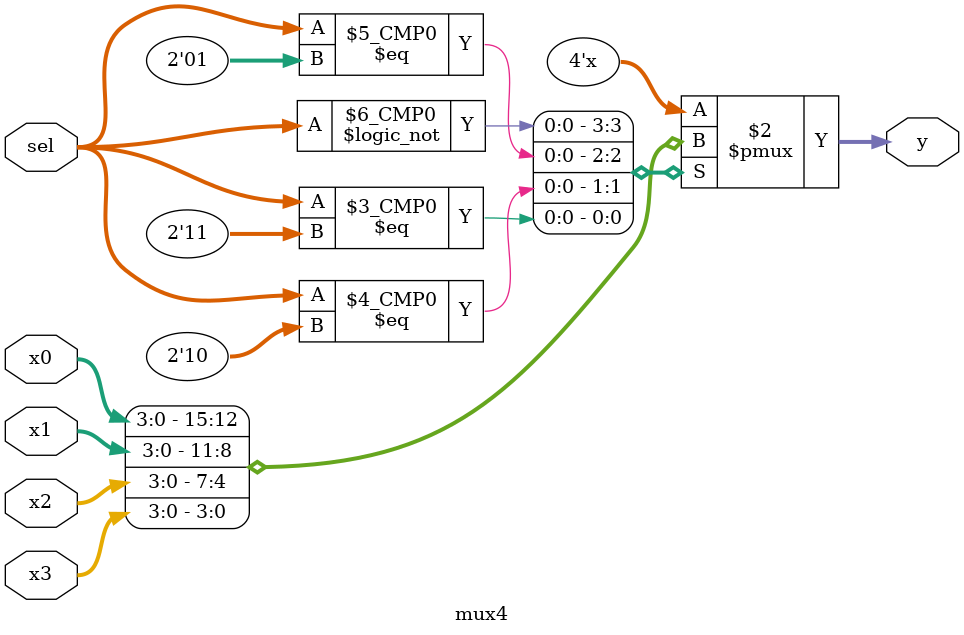
<source format=v>
module mux4(x0,x1,x2,x3,sel,y);
  input [3:0] x0,x1,x2,x3; // input
  input [1:0] sel; // control
  output reg [3:0] y; // output
  
  always@(*) begin
    case(sel)
	  2'b00: y = x0;
	  2'b01: y = x1;
	  2'b10: y = x2;
	  2'b11: y = x3;
	endcase
  end
endmodule
</source>
